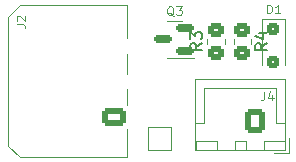
<source format=gto>
G04 #@! TF.GenerationSoftware,KiCad,Pcbnew,7.0.10*
G04 #@! TF.CreationDate,2024-02-05T22:52:07+01:00*
G04 #@! TF.ProjectId,PowerPCB,506f7765-7250-4434-922e-6b696361645f,rev?*
G04 #@! TF.SameCoordinates,Original*
G04 #@! TF.FileFunction,Legend,Top*
G04 #@! TF.FilePolarity,Positive*
%FSLAX46Y46*%
G04 Gerber Fmt 4.6, Leading zero omitted, Abs format (unit mm)*
G04 Created by KiCad (PCBNEW 7.0.10) date 2024-02-05 22:52:07*
%MOMM*%
%LPD*%
G01*
G04 APERTURE LIST*
G04 Aperture macros list*
%AMRoundRect*
0 Rectangle with rounded corners*
0 $1 Rounding radius*
0 $2 $3 $4 $5 $6 $7 $8 $9 X,Y pos of 4 corners*
0 Add a 4 corners polygon primitive as box body*
4,1,4,$2,$3,$4,$5,$6,$7,$8,$9,$2,$3,0*
0 Add four circle primitives for the rounded corners*
1,1,$1+$1,$2,$3*
1,1,$1+$1,$4,$5*
1,1,$1+$1,$6,$7*
1,1,$1+$1,$8,$9*
0 Add four rect primitives between the rounded corners*
20,1,$1+$1,$2,$3,$4,$5,0*
20,1,$1+$1,$4,$5,$6,$7,0*
20,1,$1+$1,$6,$7,$8,$9,0*
20,1,$1+$1,$8,$9,$2,$3,0*%
G04 Aperture macros list end*
%ADD10C,0.150000*%
%ADD11C,0.100000*%
%ADD12C,0.120000*%
%ADD13RoundRect,0.250000X-0.450000X0.350000X-0.450000X-0.350000X0.450000X-0.350000X0.450000X0.350000X0*%
%ADD14RoundRect,0.250000X0.450000X-0.350000X0.450000X0.350000X-0.450000X0.350000X-0.450000X-0.350000X0*%
%ADD15R,1.500000X1.500000*%
%ADD16RoundRect,0.250000X-0.300000X0.300000X-0.300000X-0.300000X0.300000X-0.300000X0.300000X0.300000X0*%
%ADD17C,3.200000*%
%ADD18RoundRect,0.250000X0.600000X0.750000X-0.600000X0.750000X-0.600000X-0.750000X0.600000X-0.750000X0*%
%ADD19O,1.700000X2.000000*%
%ADD20RoundRect,0.150000X0.587500X0.150000X-0.587500X0.150000X-0.587500X-0.150000X0.587500X-0.150000X0*%
%ADD21C,3.000000*%
%ADD22RoundRect,0.250001X0.759999X-0.499999X0.759999X0.499999X-0.759999X0.499999X-0.759999X-0.499999X0*%
%ADD23O,2.020000X1.500000*%
%ADD24R,1.700000X1.700000*%
%ADD25O,1.700000X1.700000*%
G04 APERTURE END LIST*
D10*
X122581819Y-53850916D02*
X122105628Y-54184249D01*
X122581819Y-54422344D02*
X121581819Y-54422344D01*
X121581819Y-54422344D02*
X121581819Y-54041392D01*
X121581819Y-54041392D02*
X121629438Y-53946154D01*
X121629438Y-53946154D02*
X121677057Y-53898535D01*
X121677057Y-53898535D02*
X121772295Y-53850916D01*
X121772295Y-53850916D02*
X121915152Y-53850916D01*
X121915152Y-53850916D02*
X122010390Y-53898535D01*
X122010390Y-53898535D02*
X122058009Y-53946154D01*
X122058009Y-53946154D02*
X122105628Y-54041392D01*
X122105628Y-54041392D02*
X122105628Y-54422344D01*
X121915152Y-52993773D02*
X122581819Y-52993773D01*
X121534200Y-53231868D02*
X122248485Y-53469963D01*
X122248485Y-53469963D02*
X122248485Y-52850916D01*
X117071069Y-53850916D02*
X116594878Y-54184249D01*
X117071069Y-54422344D02*
X116071069Y-54422344D01*
X116071069Y-54422344D02*
X116071069Y-54041392D01*
X116071069Y-54041392D02*
X116118688Y-53946154D01*
X116118688Y-53946154D02*
X116166307Y-53898535D01*
X116166307Y-53898535D02*
X116261545Y-53850916D01*
X116261545Y-53850916D02*
X116404402Y-53850916D01*
X116404402Y-53850916D02*
X116499640Y-53898535D01*
X116499640Y-53898535D02*
X116547259Y-53946154D01*
X116547259Y-53946154D02*
X116594878Y-54041392D01*
X116594878Y-54041392D02*
X116594878Y-54422344D01*
X116071069Y-53517582D02*
X116071069Y-52898535D01*
X116071069Y-52898535D02*
X116452021Y-53231868D01*
X116452021Y-53231868D02*
X116452021Y-53089011D01*
X116452021Y-53089011D02*
X116499640Y-52993773D01*
X116499640Y-52993773D02*
X116547259Y-52946154D01*
X116547259Y-52946154D02*
X116642497Y-52898535D01*
X116642497Y-52898535D02*
X116880592Y-52898535D01*
X116880592Y-52898535D02*
X116975830Y-52946154D01*
X116975830Y-52946154D02*
X117023450Y-52993773D01*
X117023450Y-52993773D02*
X117071069Y-53089011D01*
X117071069Y-53089011D02*
X117071069Y-53374725D01*
X117071069Y-53374725D02*
X117023450Y-53469963D01*
X117023450Y-53469963D02*
X116975830Y-53517582D01*
D11*
X122560428Y-51319764D02*
X122560428Y-50569764D01*
X122560428Y-50569764D02*
X122738999Y-50569764D01*
X122738999Y-50569764D02*
X122846142Y-50605478D01*
X122846142Y-50605478D02*
X122917571Y-50676907D01*
X122917571Y-50676907D02*
X122953285Y-50748335D01*
X122953285Y-50748335D02*
X122988999Y-50891192D01*
X122988999Y-50891192D02*
X122988999Y-50998335D01*
X122988999Y-50998335D02*
X122953285Y-51141192D01*
X122953285Y-51141192D02*
X122917571Y-51212621D01*
X122917571Y-51212621D02*
X122846142Y-51284050D01*
X122846142Y-51284050D02*
X122738999Y-51319764D01*
X122738999Y-51319764D02*
X122560428Y-51319764D01*
X123703285Y-51319764D02*
X123274714Y-51319764D01*
X123488999Y-51319764D02*
X123488999Y-50569764D01*
X123488999Y-50569764D02*
X123417571Y-50676907D01*
X123417571Y-50676907D02*
X123346142Y-50748335D01*
X123346142Y-50748335D02*
X123274714Y-50784050D01*
X122356000Y-57935764D02*
X122356000Y-58471478D01*
X122356000Y-58471478D02*
X122320285Y-58578621D01*
X122320285Y-58578621D02*
X122248857Y-58650050D01*
X122248857Y-58650050D02*
X122141714Y-58685764D01*
X122141714Y-58685764D02*
X122070285Y-58685764D01*
X123034572Y-58185764D02*
X123034572Y-58685764D01*
X122856000Y-57900050D02*
X122677429Y-58435764D01*
X122677429Y-58435764D02*
X123141714Y-58435764D01*
X114660571Y-51532442D02*
X114589142Y-51496728D01*
X114589142Y-51496728D02*
X114517714Y-51425300D01*
X114517714Y-51425300D02*
X114410571Y-51318157D01*
X114410571Y-51318157D02*
X114339142Y-51282442D01*
X114339142Y-51282442D02*
X114267714Y-51282442D01*
X114303428Y-51461014D02*
X114232000Y-51425300D01*
X114232000Y-51425300D02*
X114160571Y-51353871D01*
X114160571Y-51353871D02*
X114124857Y-51211014D01*
X114124857Y-51211014D02*
X114124857Y-50961014D01*
X114124857Y-50961014D02*
X114160571Y-50818157D01*
X114160571Y-50818157D02*
X114232000Y-50746728D01*
X114232000Y-50746728D02*
X114303428Y-50711014D01*
X114303428Y-50711014D02*
X114446285Y-50711014D01*
X114446285Y-50711014D02*
X114517714Y-50746728D01*
X114517714Y-50746728D02*
X114589142Y-50818157D01*
X114589142Y-50818157D02*
X114624857Y-50961014D01*
X114624857Y-50961014D02*
X114624857Y-51211014D01*
X114624857Y-51211014D02*
X114589142Y-51353871D01*
X114589142Y-51353871D02*
X114517714Y-51425300D01*
X114517714Y-51425300D02*
X114446285Y-51461014D01*
X114446285Y-51461014D02*
X114303428Y-51461014D01*
X114874856Y-50711014D02*
X115339142Y-50711014D01*
X115339142Y-50711014D02*
X115089142Y-50996728D01*
X115089142Y-50996728D02*
X115196285Y-50996728D01*
X115196285Y-50996728D02*
X115267714Y-51032442D01*
X115267714Y-51032442D02*
X115303428Y-51068157D01*
X115303428Y-51068157D02*
X115339142Y-51139585D01*
X115339142Y-51139585D02*
X115339142Y-51318157D01*
X115339142Y-51318157D02*
X115303428Y-51389585D01*
X115303428Y-51389585D02*
X115267714Y-51425300D01*
X115267714Y-51425300D02*
X115196285Y-51461014D01*
X115196285Y-51461014D02*
X114981999Y-51461014D01*
X114981999Y-51461014D02*
X114910571Y-51425300D01*
X114910571Y-51425300D02*
X114874856Y-51389585D01*
X101369764Y-52243999D02*
X101905478Y-52243999D01*
X101905478Y-52243999D02*
X102012621Y-52279714D01*
X102012621Y-52279714D02*
X102084050Y-52351142D01*
X102084050Y-52351142D02*
X102119764Y-52458285D01*
X102119764Y-52458285D02*
X102119764Y-52529714D01*
X101441192Y-51922570D02*
X101405478Y-51886856D01*
X101405478Y-51886856D02*
X101369764Y-51815428D01*
X101369764Y-51815428D02*
X101369764Y-51636856D01*
X101369764Y-51636856D02*
X101405478Y-51565428D01*
X101405478Y-51565428D02*
X101441192Y-51529713D01*
X101441192Y-51529713D02*
X101512621Y-51493999D01*
X101512621Y-51493999D02*
X101584050Y-51493999D01*
X101584050Y-51493999D02*
X101691192Y-51529713D01*
X101691192Y-51529713D02*
X102119764Y-51958285D01*
X102119764Y-51958285D02*
X102119764Y-51493999D01*
D12*
X121212000Y-53457186D02*
X121212000Y-53911314D01*
X119742000Y-53457186D02*
X119742000Y-53911314D01*
X117531250Y-53911314D02*
X117531250Y-53457186D01*
X119001250Y-53911314D02*
X119001250Y-53457186D01*
X112512000Y-60950000D02*
X114412000Y-60950000D01*
X112512000Y-62850000D02*
X112512000Y-60950000D01*
X114412000Y-60950000D02*
X114412000Y-62850000D01*
X114412000Y-62850000D02*
X112512000Y-62850000D01*
X124114000Y-51816000D02*
X122114000Y-51816000D01*
X124114000Y-51816000D02*
X124114000Y-55676000D01*
X122114000Y-51816000D02*
X122114000Y-55676000D01*
X124420000Y-63143000D02*
X124420000Y-61893000D01*
X124130000Y-62853000D02*
X124130000Y-56883000D01*
X124130000Y-56883000D02*
X116510000Y-56883000D01*
X124120000Y-62843000D02*
X124120000Y-62093000D01*
X124120000Y-62093000D02*
X122320000Y-62093000D01*
X124120000Y-60593000D02*
X123370000Y-60593000D01*
X123370000Y-60593000D02*
X123370000Y-57643000D01*
X123370000Y-57643000D02*
X120320000Y-57643000D01*
X123170000Y-63143000D02*
X124420000Y-63143000D01*
X122320000Y-62843000D02*
X124120000Y-62843000D01*
X122320000Y-62093000D02*
X122320000Y-62843000D01*
X120820000Y-62843000D02*
X120820000Y-62093000D01*
X120820000Y-62093000D02*
X119820000Y-62093000D01*
X119820000Y-62843000D02*
X120820000Y-62843000D01*
X119820000Y-62093000D02*
X119820000Y-62843000D01*
X118320000Y-62843000D02*
X118320000Y-62093000D01*
X118320000Y-62093000D02*
X116520000Y-62093000D01*
X117270000Y-60593000D02*
X117270000Y-57643000D01*
X117270000Y-57643000D02*
X120320000Y-57643000D01*
X116520000Y-62843000D02*
X118320000Y-62843000D01*
X116520000Y-62093000D02*
X116520000Y-62843000D01*
X116520000Y-60593000D02*
X117270000Y-60593000D01*
X116510000Y-62853000D02*
X124130000Y-62853000D01*
X116510000Y-56883000D02*
X116510000Y-62853000D01*
X114732000Y-55078000D02*
X116407000Y-55078000D01*
X114732000Y-55078000D02*
X114082000Y-55078000D01*
X114732000Y-51958000D02*
X115382000Y-51958000D01*
X114732000Y-51958000D02*
X114082000Y-51958000D01*
X101624000Y-63509000D02*
X100624000Y-62509000D01*
X110744000Y-63509000D02*
X101624000Y-63509000D01*
X110744000Y-63509000D02*
X110744000Y-61084000D01*
X100624000Y-62509000D02*
X100624000Y-51639000D01*
X110744000Y-59064000D02*
X110744000Y-57725767D01*
X110744000Y-56422233D02*
X110744000Y-54725767D01*
X100624000Y-51639000D02*
X101624000Y-50639000D01*
X101624000Y-50639000D02*
X110744000Y-50639000D01*
X110744000Y-50639000D02*
X110744000Y-53422233D01*
%LPC*%
D13*
X120477000Y-52684250D03*
X120477000Y-54684250D03*
D14*
X118266250Y-54684250D03*
X118266250Y-52684250D03*
D15*
X113462000Y-61900000D03*
D16*
X123114000Y-52626000D03*
X123114000Y-55426000D03*
D17*
X103500000Y-47500000D03*
D18*
X121570000Y-60393000D03*
D19*
X119070000Y-60393000D03*
D20*
X115669500Y-54468000D03*
X115669500Y-52568000D03*
X113794500Y-53518000D03*
D21*
X105334000Y-57074000D03*
D22*
X109654000Y-60074000D03*
D23*
X109654000Y-57074000D03*
X109654000Y-54074000D03*
D24*
X108382000Y-48692000D03*
D25*
X108382000Y-46152000D03*
X110922000Y-48692000D03*
X110922000Y-46152000D03*
X113462000Y-48692000D03*
X113462000Y-46152000D03*
X116002000Y-48692000D03*
X116002000Y-46152000D03*
X118542000Y-48692000D03*
X118542000Y-46152000D03*
X121082000Y-48692000D03*
X121082000Y-46152000D03*
%LPD*%
M02*

</source>
